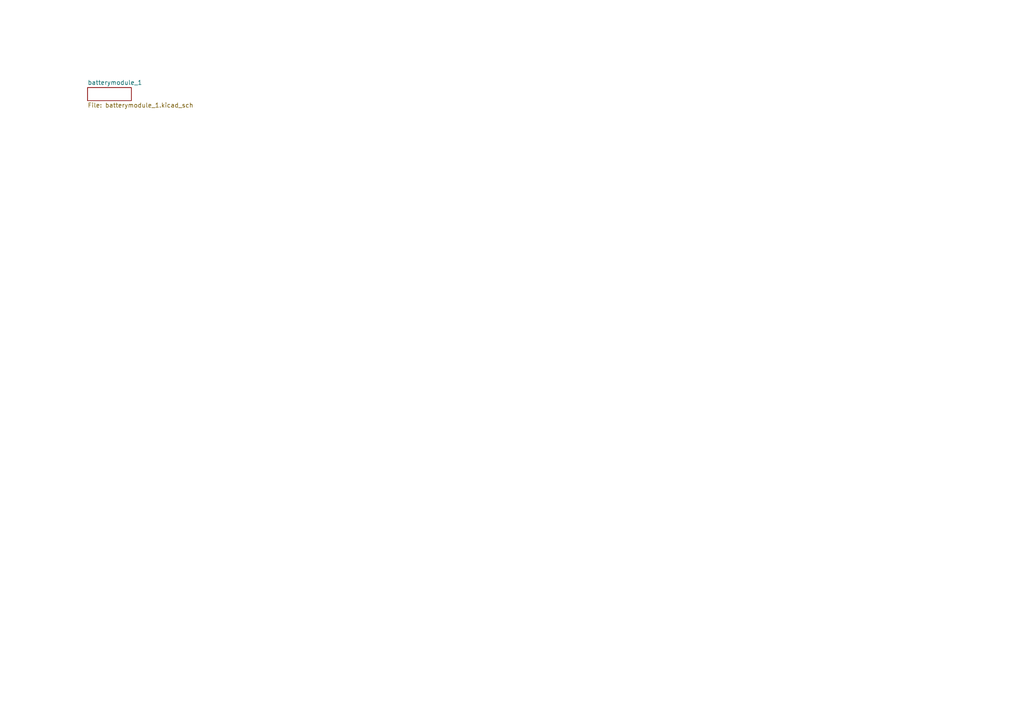
<source format=kicad_sch>
(kicad_sch (version 20230121) (generator eeschema)
  (paper "A4")
  (lib_symbols)
  (sheet (at 25.4 25.4) (size 12.7 3.81)
    (property "Sheetname" "batterymodule_1" (at 25.4 24.6884 0) (effects (justify left bottom)))
    (property "Sheetfile" "batterymodule_1.kicad_sch" (at 25.4 29.7946 0) (effects (justify left top)))
  )
)
</source>
